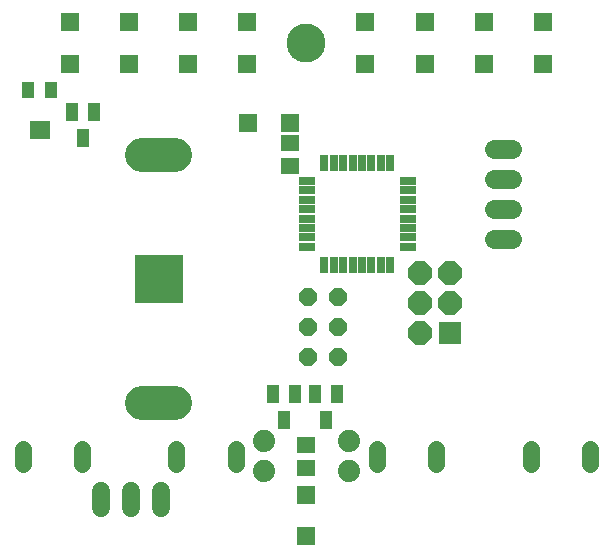
<source format=gts>
G75*
G70*
%OFA0B0*%
%FSLAX24Y24*%
%IPPOS*%
%LPD*%
%AMOC8*
5,1,8,0,0,1.08239X$1,22.5*
%
%ADD10C,0.1300*%
%ADD11R,0.0540X0.0260*%
%ADD12R,0.0260X0.0540*%
%ADD13R,0.0434X0.0591*%
%ADD14R,0.0631X0.0631*%
%ADD15R,0.0670X0.0591*%
%ADD16R,0.0394X0.0552*%
%ADD17C,0.1135*%
%ADD18R,0.1640X0.1640*%
%ADD19R,0.0780X0.0780*%
%ADD20OC8,0.0780*%
%ADD21C,0.0555*%
%ADD22C,0.0740*%
%ADD23C,0.0600*%
%ADD24C,0.0640*%
%ADD25R,0.0631X0.0552*%
%ADD26OC8,0.0600*%
D10*
X017875Y025749D03*
D11*
X017880Y021160D03*
X017880Y020845D03*
X017880Y020530D03*
X017880Y020215D03*
X017880Y019900D03*
X017880Y019585D03*
X017880Y019270D03*
X017880Y018955D03*
X021260Y018955D03*
X021260Y019270D03*
X021260Y019585D03*
X021260Y019900D03*
X021260Y020215D03*
X021260Y020530D03*
X021260Y020845D03*
X021260Y021160D03*
D12*
X020672Y021748D03*
X020357Y021748D03*
X020042Y021748D03*
X019727Y021748D03*
X019412Y021748D03*
X019097Y021748D03*
X018782Y021748D03*
X018467Y021748D03*
X018467Y018368D03*
X018782Y018368D03*
X019097Y018368D03*
X019412Y018368D03*
X019727Y018368D03*
X020042Y018368D03*
X020357Y018368D03*
X020672Y018368D03*
D13*
X018907Y014066D03*
X018159Y014066D03*
X017507Y014066D03*
X016759Y014066D03*
X017133Y013200D03*
X018533Y013200D03*
X010433Y022600D03*
X010807Y023466D03*
X010059Y023466D03*
D14*
X010001Y025060D03*
X010001Y026438D03*
X011970Y026438D03*
X011970Y025060D03*
X013938Y025060D03*
X013938Y026438D03*
X015907Y026438D03*
X015907Y025060D03*
X015944Y023083D03*
X017322Y023083D03*
X019844Y025060D03*
X019844Y026438D03*
X021812Y026438D03*
X021812Y025060D03*
X023781Y025060D03*
X023781Y026438D03*
X025749Y026438D03*
X025749Y025060D03*
X017875Y010690D03*
X017875Y009312D03*
D15*
X008983Y022853D03*
D16*
X009357Y024172D03*
X008609Y024172D03*
D17*
X012406Y022009D02*
X013502Y022009D01*
X013502Y013741D02*
X012406Y013741D01*
D18*
X012954Y017875D03*
D19*
X022671Y016076D03*
D20*
X021671Y016076D03*
X021671Y017076D03*
X022671Y017076D03*
X022671Y018076D03*
X021671Y018076D03*
D21*
X022206Y012227D02*
X022206Y011712D01*
X020237Y011712D02*
X020237Y012227D01*
X015513Y012227D02*
X015513Y011712D01*
X013545Y011712D02*
X013545Y012227D01*
X010395Y012227D02*
X010395Y011712D01*
X008426Y011712D02*
X008426Y012227D01*
X025356Y012227D02*
X025356Y011712D01*
X027324Y011712D02*
X027324Y012227D01*
D22*
X019281Y012470D03*
X019281Y011470D03*
X016470Y011470D03*
X016470Y012470D03*
D23*
X011033Y010813D02*
X011033Y010253D01*
X012033Y010253D02*
X012033Y010813D01*
X013033Y010813D02*
X013033Y010253D01*
D24*
X024133Y019233D02*
X024733Y019233D01*
X024733Y020233D02*
X024133Y020233D01*
X024133Y021233D02*
X024733Y021233D01*
X024733Y022233D02*
X024133Y022233D01*
D25*
X017333Y022407D03*
X017333Y021659D03*
X017875Y012344D03*
X017875Y011596D03*
D26*
X017933Y015283D03*
X018933Y015283D03*
X018933Y016283D03*
X017933Y016283D03*
X017933Y017283D03*
X018933Y017283D03*
M02*

</source>
